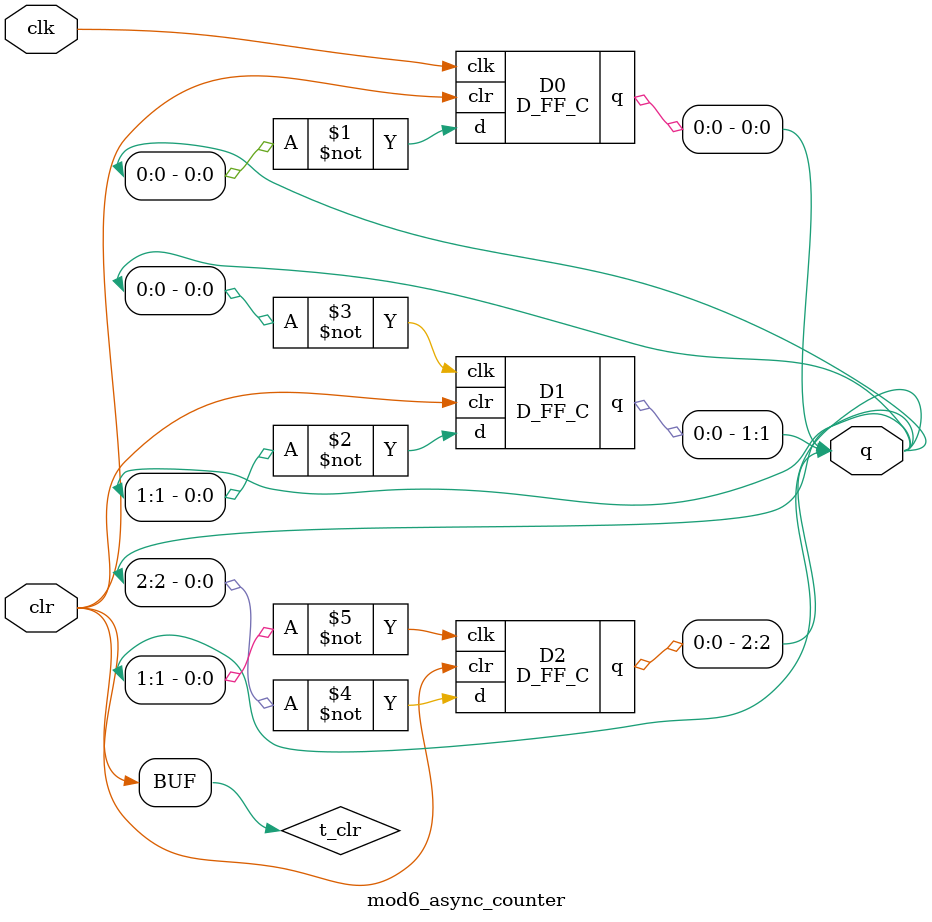
<source format=v>
module D_FF_C(d, clk, clr, q);
    input d, clk,clr;
    output q;
    reg q;
    initial begin
        q = 0;
    end
    always @(posedge clk, negedge clr)
    begin
        if (~clr)
            q <= 0;
        else
            q <= d;
    end
endmodule

module mod6_async_counter(clk, clr, q);
    input clk, clr;
    output [2:0] q;
    // reg [2:0] q;
    wire t_clr;
    wire temp,temp2;
    D_FF_C D0(~q[0], clk, t_clr, q[0]);
    D_FF_C D1(~q[1], ~q[0],t_clr, q[1]);
    D_FF_C D2(~q[2], ~q[1],t_clr, q[2]);
    nand (temp, q[2],~q[1],q[0]);
    // and (t_clr,clr,temp);
    // assign t_clr = clr & ~(q[2] & q[1] & ~q[0]);
    assign t_clr=clr;
endmodule
</source>
